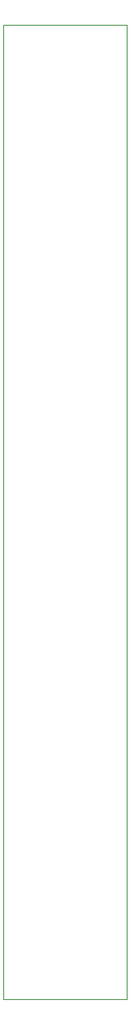
<source format=gm1>
%TF.GenerationSoftware,KiCad,Pcbnew,(5.1.9)-1*%
%TF.CreationDate,2021-05-07T21:51:07+08:00*%
%TF.ProjectId,DaveJonesTandy1000Turbo,44617665-4a6f-46e6-9573-54616e647931,rev?*%
%TF.SameCoordinates,Original*%
%TF.FileFunction,Profile,NP*%
%FSLAX46Y46*%
G04 Gerber Fmt 4.6, Leading zero omitted, Abs format (unit mm)*
G04 Created by KiCad (PCBNEW (5.1.9)-1) date 2021-05-07 21:51:07*
%MOMM*%
%LPD*%
G01*
G04 APERTURE LIST*
%TA.AperFunction,Profile*%
%ADD10C,0.050000*%
%TD*%
G04 APERTURE END LIST*
D10*
X142240000Y-50800000D02*
X142240000Y-150495000D01*
X154940000Y-150495000D02*
X154940000Y-50800000D01*
X154940000Y-150495000D02*
X142240000Y-150495000D01*
X142240000Y-50800000D02*
X154940000Y-50800000D01*
M02*

</source>
